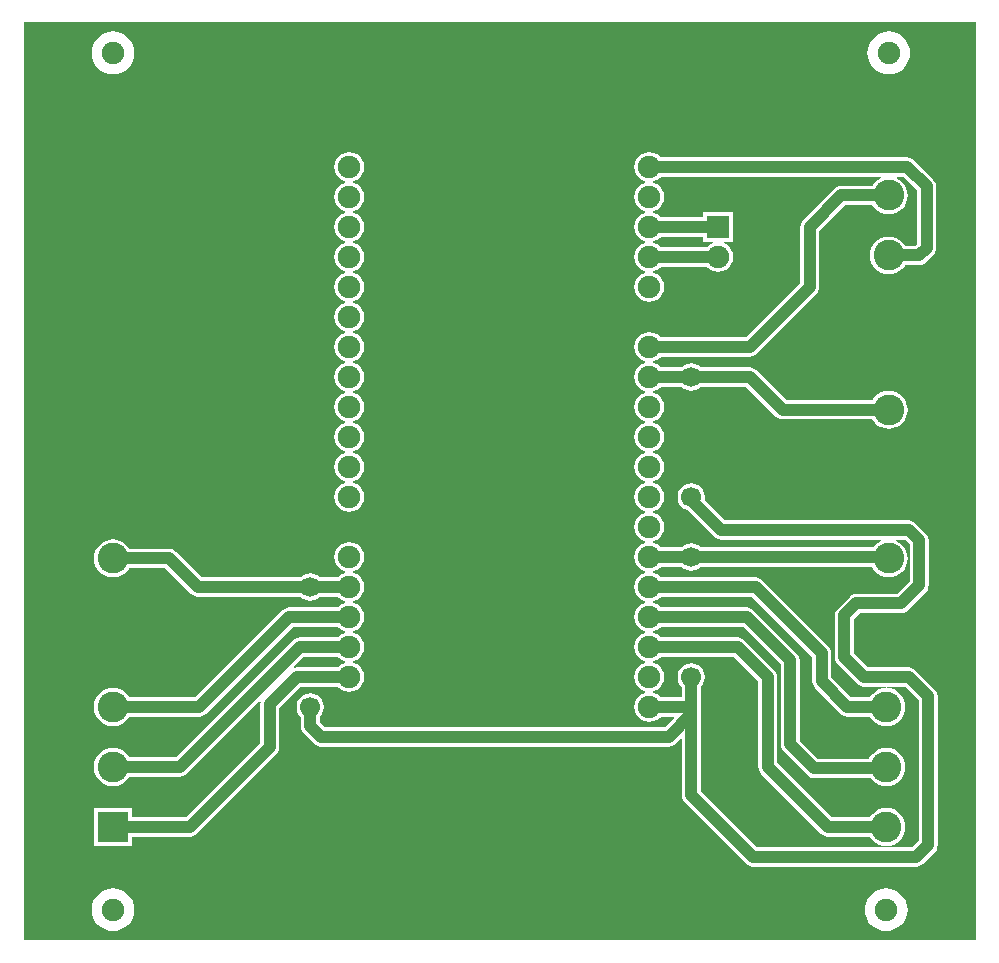
<source format=gbl>
G04*
G04 #@! TF.GenerationSoftware,Altium Limited,Altium Designer,19.0.5 (141)*
G04*
G04 Layer_Physical_Order=2*
G04 Layer_Color=16711680*
%FSLAX44Y44*%
%MOMM*%
G71*
G01*
G75*
%ADD10C,1.0000*%
%ADD11C,1.9000*%
%ADD12R,2.6000X2.6000*%
%ADD13C,2.6000*%
%ADD14R,1.9000X1.9000*%
%ADD15C,1.7000*%
G36*
X1409156Y428788D02*
X603286D01*
Y1205702D01*
X1409156D01*
Y428788D01*
D02*
G37*
%LPC*%
G36*
X1335590Y1198067D02*
X1332061Y1197720D01*
X1328668Y1196690D01*
X1325541Y1195019D01*
X1322800Y1192769D01*
X1320551Y1190029D01*
X1318880Y1186902D01*
X1317850Y1183509D01*
X1317503Y1179980D01*
X1317850Y1176451D01*
X1318880Y1173058D01*
X1320551Y1169931D01*
X1322800Y1167190D01*
X1325541Y1164941D01*
X1328668Y1163270D01*
X1332061Y1162241D01*
X1335590Y1161893D01*
X1339119Y1162241D01*
X1342512Y1163270D01*
X1345639Y1164941D01*
X1348380Y1167190D01*
X1350629Y1169931D01*
X1352300Y1173058D01*
X1353329Y1176451D01*
X1353677Y1179980D01*
X1353329Y1183509D01*
X1352300Y1186902D01*
X1350629Y1190029D01*
X1348380Y1192769D01*
X1345639Y1195019D01*
X1342512Y1196690D01*
X1339119Y1197720D01*
X1335590Y1198067D01*
D02*
G37*
G36*
X678840D02*
X675311Y1197720D01*
X671918Y1196690D01*
X668791Y1195019D01*
X666050Y1192769D01*
X663801Y1190029D01*
X662130Y1186902D01*
X661100Y1183509D01*
X660753Y1179980D01*
X661100Y1176451D01*
X662130Y1173058D01*
X663801Y1169931D01*
X666050Y1167190D01*
X668791Y1164941D01*
X671918Y1163270D01*
X675311Y1162241D01*
X678840Y1161893D01*
X682369Y1162241D01*
X685762Y1163270D01*
X688889Y1164941D01*
X691629Y1167190D01*
X693879Y1169931D01*
X695550Y1173058D01*
X696580Y1176451D01*
X696927Y1179980D01*
X696580Y1183509D01*
X695550Y1186902D01*
X693879Y1190029D01*
X691629Y1192769D01*
X688889Y1195019D01*
X685762Y1196690D01*
X682369Y1197720D01*
X678840Y1198067D01*
D02*
G37*
G36*
X1132840Y1095918D02*
X1129577Y1095488D01*
X1126536Y1094229D01*
X1123925Y1092225D01*
X1121921Y1089614D01*
X1120662Y1086573D01*
X1120232Y1083310D01*
X1120662Y1080047D01*
X1121921Y1077006D01*
X1123925Y1074395D01*
X1126536Y1072391D01*
X1129263Y1071262D01*
X1129263Y1071260D01*
Y1069960D01*
X1129263Y1069958D01*
X1126536Y1068829D01*
X1123925Y1066825D01*
X1121921Y1064214D01*
X1120662Y1061173D01*
X1120232Y1057910D01*
X1120662Y1054647D01*
X1121921Y1051606D01*
X1123925Y1048995D01*
X1126536Y1046991D01*
X1129263Y1045862D01*
X1129263Y1045860D01*
Y1044560D01*
X1129263Y1044558D01*
X1126536Y1043429D01*
X1123925Y1041425D01*
X1121921Y1038814D01*
X1120662Y1035773D01*
X1120232Y1032510D01*
X1120662Y1029247D01*
X1121921Y1026206D01*
X1123925Y1023595D01*
X1126536Y1021591D01*
X1129263Y1020462D01*
X1129263Y1020460D01*
Y1019160D01*
X1129263Y1019158D01*
X1126536Y1018029D01*
X1123925Y1016025D01*
X1121921Y1013414D01*
X1120662Y1010373D01*
X1120232Y1007110D01*
X1120662Y1003847D01*
X1121921Y1000806D01*
X1123925Y998195D01*
X1126536Y996191D01*
X1129263Y995062D01*
X1129263Y995060D01*
Y993760D01*
X1129263Y993758D01*
X1126536Y992629D01*
X1123925Y990625D01*
X1121921Y988014D01*
X1120662Y984973D01*
X1120232Y981710D01*
X1120662Y978447D01*
X1121921Y975406D01*
X1123925Y972795D01*
X1126536Y970791D01*
X1129577Y969532D01*
X1132840Y969102D01*
X1136103Y969532D01*
X1139144Y970791D01*
X1141755Y972795D01*
X1143759Y975406D01*
X1145018Y978447D01*
X1145448Y981710D01*
X1145018Y984973D01*
X1143759Y988014D01*
X1141755Y990625D01*
X1139144Y992629D01*
X1136417Y993758D01*
X1136417Y993760D01*
Y995060D01*
X1136417Y995062D01*
X1139144Y996191D01*
X1141755Y998195D01*
X1142404Y999041D01*
X1181696D01*
X1182345Y998195D01*
X1184956Y996191D01*
X1187997Y994932D01*
X1191260Y994502D01*
X1194523Y994932D01*
X1197564Y996191D01*
X1200175Y998195D01*
X1202179Y1000806D01*
X1203438Y1003847D01*
X1203868Y1007110D01*
X1203438Y1010373D01*
X1202179Y1013414D01*
X1200175Y1016025D01*
X1197564Y1018029D01*
X1195847Y1018740D01*
X1196099Y1020010D01*
X1203760D01*
Y1045010D01*
X1178760D01*
Y1040579D01*
X1142404D01*
X1141755Y1041425D01*
X1139144Y1043429D01*
X1136417Y1044558D01*
X1136417Y1044560D01*
Y1045860D01*
X1136417Y1045862D01*
X1139144Y1046991D01*
X1141755Y1048995D01*
X1143759Y1051606D01*
X1145018Y1054647D01*
X1145448Y1057910D01*
X1145018Y1061173D01*
X1143759Y1064214D01*
X1141755Y1066825D01*
X1139144Y1068829D01*
X1136417Y1069958D01*
X1136417Y1069960D01*
Y1071260D01*
X1136417Y1071262D01*
X1139144Y1072391D01*
X1141755Y1074395D01*
X1142404Y1075241D01*
X1328744D01*
X1328819Y1075101D01*
X1328315Y1073434D01*
X1326658Y1072548D01*
X1324221Y1070548D01*
X1322222Y1068112D01*
X1321761Y1067249D01*
X1295400D01*
X1293312Y1066974D01*
X1291366Y1066168D01*
X1289694Y1064886D01*
X1263024Y1038216D01*
X1261742Y1036544D01*
X1260936Y1034598D01*
X1260661Y1032510D01*
Y985052D01*
X1214588Y938979D01*
X1142404D01*
X1141755Y939825D01*
X1139144Y941829D01*
X1136103Y943088D01*
X1132840Y943518D01*
X1129577Y943088D01*
X1126536Y941829D01*
X1123925Y939825D01*
X1121921Y937214D01*
X1120662Y934173D01*
X1120232Y930910D01*
X1120662Y927647D01*
X1121921Y924606D01*
X1123925Y921995D01*
X1126536Y919991D01*
X1129263Y918862D01*
X1129263Y918860D01*
Y917560D01*
X1129263Y917558D01*
X1126536Y916429D01*
X1123925Y914425D01*
X1121921Y911814D01*
X1120662Y908773D01*
X1120232Y905510D01*
X1120662Y902247D01*
X1121921Y899206D01*
X1123925Y896595D01*
X1126536Y894591D01*
X1129263Y893462D01*
X1129263Y893460D01*
Y892160D01*
X1129263Y892158D01*
X1126536Y891029D01*
X1123925Y889025D01*
X1121921Y886414D01*
X1120662Y883373D01*
X1120232Y880110D01*
X1120662Y876847D01*
X1121921Y873806D01*
X1123925Y871195D01*
X1126536Y869191D01*
X1129263Y868062D01*
X1129263Y868060D01*
Y866760D01*
X1129263Y866758D01*
X1126536Y865629D01*
X1123925Y863625D01*
X1121921Y861014D01*
X1120662Y857973D01*
X1120232Y854710D01*
X1120662Y851447D01*
X1121921Y848406D01*
X1123925Y845795D01*
X1126536Y843791D01*
X1129263Y842662D01*
X1129263Y842660D01*
Y841360D01*
X1129263Y841358D01*
X1126536Y840229D01*
X1123925Y838225D01*
X1121921Y835614D01*
X1120662Y832573D01*
X1120232Y829310D01*
X1120662Y826047D01*
X1121921Y823006D01*
X1123925Y820395D01*
X1126536Y818391D01*
X1129263Y817262D01*
X1129263Y817260D01*
Y815960D01*
X1129263Y815958D01*
X1126536Y814829D01*
X1123925Y812825D01*
X1121921Y810214D01*
X1120662Y807173D01*
X1120232Y803910D01*
X1120662Y800647D01*
X1121921Y797606D01*
X1123925Y794995D01*
X1126536Y792991D01*
X1129263Y791862D01*
X1129263Y791860D01*
Y790560D01*
X1129263Y790558D01*
X1126536Y789429D01*
X1123925Y787425D01*
X1121921Y784814D01*
X1120662Y781773D01*
X1120232Y778510D01*
X1120662Y775247D01*
X1121921Y772206D01*
X1123925Y769595D01*
X1126536Y767591D01*
X1129263Y766462D01*
X1129263Y766460D01*
Y765160D01*
X1129263Y765158D01*
X1126536Y764029D01*
X1123925Y762025D01*
X1121921Y759414D01*
X1120662Y756373D01*
X1120232Y753110D01*
X1120662Y749847D01*
X1121921Y746806D01*
X1123925Y744195D01*
X1126536Y742191D01*
X1129263Y741062D01*
X1129263Y741060D01*
Y739760D01*
X1129263Y739758D01*
X1126536Y738629D01*
X1123925Y736625D01*
X1121921Y734014D01*
X1120662Y730973D01*
X1120232Y727710D01*
X1120662Y724447D01*
X1121921Y721406D01*
X1123925Y718795D01*
X1126536Y716791D01*
X1129263Y715662D01*
X1129263Y715660D01*
Y714360D01*
X1129263Y714358D01*
X1126536Y713229D01*
X1123925Y711225D01*
X1121921Y708614D01*
X1120662Y705573D01*
X1120232Y702310D01*
X1120662Y699047D01*
X1121921Y696006D01*
X1123925Y693395D01*
X1126536Y691391D01*
X1129263Y690262D01*
X1129263Y690260D01*
Y688960D01*
X1129263Y688958D01*
X1126536Y687829D01*
X1123925Y685825D01*
X1121921Y683214D01*
X1120662Y680173D01*
X1120232Y676910D01*
X1120662Y673647D01*
X1121921Y670606D01*
X1123925Y667995D01*
X1126536Y665991D01*
X1129263Y664862D01*
X1129263Y664860D01*
Y663560D01*
X1129263Y663558D01*
X1126536Y662429D01*
X1123925Y660425D01*
X1121921Y657814D01*
X1120662Y654773D01*
X1120232Y651510D01*
X1120662Y648247D01*
X1121921Y645206D01*
X1123925Y642595D01*
X1126536Y640591D01*
X1129263Y639462D01*
X1129263Y639460D01*
Y638160D01*
X1129263Y638158D01*
X1126536Y637029D01*
X1123925Y635025D01*
X1121921Y632414D01*
X1120662Y629373D01*
X1120232Y626110D01*
X1120662Y622847D01*
X1121921Y619806D01*
X1123925Y617195D01*
X1126536Y615191D01*
X1129577Y613932D01*
X1132840Y613502D01*
X1136103Y613932D01*
X1139144Y615191D01*
X1141755Y617195D01*
X1142404Y618041D01*
X1153610D01*
X1154096Y616868D01*
X1146008Y608779D01*
X858052D01*
X853889Y612942D01*
Y617806D01*
X854022Y617908D01*
X855865Y620310D01*
X857024Y623108D01*
X857419Y626110D01*
X857024Y629112D01*
X855865Y631910D01*
X854022Y634312D01*
X851620Y636155D01*
X848822Y637314D01*
X845820Y637709D01*
X842818Y637314D01*
X840020Y636155D01*
X837618Y634312D01*
X835775Y631910D01*
X834616Y629112D01*
X834221Y626110D01*
X834616Y623108D01*
X835775Y620310D01*
X837618Y617908D01*
X837751Y617806D01*
Y609600D01*
X838026Y607512D01*
X838832Y605565D01*
X840114Y603894D01*
X849004Y595004D01*
X850676Y593722D01*
X852622Y592916D01*
X854710Y592641D01*
X1149350D01*
X1151438Y592916D01*
X1153384Y593722D01*
X1155056Y595004D01*
X1159158Y599106D01*
X1160331Y598620D01*
Y551180D01*
X1160606Y549092D01*
X1161412Y547146D01*
X1162694Y545474D01*
X1214764Y493404D01*
X1216435Y492122D01*
X1218382Y491316D01*
X1220470Y491041D01*
X1358900D01*
X1360988Y491316D01*
X1362935Y492122D01*
X1364606Y493404D01*
X1374766Y503564D01*
X1376048Y505235D01*
X1376854Y507182D01*
X1377129Y509270D01*
Y635000D01*
X1376854Y637088D01*
X1376048Y639035D01*
X1374766Y640706D01*
X1358256Y657216D01*
X1356584Y658498D01*
X1354638Y659304D01*
X1352550Y659579D01*
X1317792D01*
X1306009Y671362D01*
Y700238D01*
X1311442Y705671D01*
X1346200D01*
X1348288Y705946D01*
X1350235Y706752D01*
X1351906Y708034D01*
X1367146Y723274D01*
X1368428Y724946D01*
X1369234Y726892D01*
X1369509Y728980D01*
Y767080D01*
X1369234Y769168D01*
X1368428Y771115D01*
X1367146Y772786D01*
X1358256Y781676D01*
X1356584Y782958D01*
X1354638Y783764D01*
X1352550Y784039D01*
X1197142D01*
X1179682Y801499D01*
X1179999Y803910D01*
X1179604Y806912D01*
X1178445Y809710D01*
X1176602Y812112D01*
X1174200Y813955D01*
X1171402Y815114D01*
X1168400Y815509D01*
X1165398Y815114D01*
X1162600Y813955D01*
X1160198Y812112D01*
X1158355Y809710D01*
X1157196Y806912D01*
X1156801Y803910D01*
X1157196Y800908D01*
X1158355Y798110D01*
X1160198Y795708D01*
X1162600Y793865D01*
X1165398Y792706D01*
X1165691Y792667D01*
X1188094Y770264D01*
X1189765Y768982D01*
X1191712Y768176D01*
X1193800Y767901D01*
X1328974D01*
X1329036Y767749D01*
X1329189Y766631D01*
X1326658Y765278D01*
X1324221Y763279D01*
X1322499Y761179D01*
X1176704D01*
X1176602Y761312D01*
X1174200Y763155D01*
X1171402Y764314D01*
X1168400Y764709D01*
X1165398Y764314D01*
X1162600Y763155D01*
X1160198Y761312D01*
X1160096Y761179D01*
X1142404D01*
X1141755Y762025D01*
X1139144Y764029D01*
X1136417Y765158D01*
X1136417Y765160D01*
Y766460D01*
X1136417Y766462D01*
X1139144Y767591D01*
X1141755Y769595D01*
X1143759Y772206D01*
X1145018Y775247D01*
X1145448Y778510D01*
X1145018Y781773D01*
X1143759Y784814D01*
X1141755Y787425D01*
X1139144Y789429D01*
X1136417Y790558D01*
X1136417Y790560D01*
Y791860D01*
X1136417Y791862D01*
X1139144Y792991D01*
X1141755Y794995D01*
X1143759Y797606D01*
X1145018Y800647D01*
X1145448Y803910D01*
X1145018Y807173D01*
X1143759Y810214D01*
X1141755Y812825D01*
X1139144Y814829D01*
X1136417Y815958D01*
X1136417Y815960D01*
Y817260D01*
X1136417Y817262D01*
X1139144Y818391D01*
X1141755Y820395D01*
X1143759Y823006D01*
X1145018Y826047D01*
X1145448Y829310D01*
X1145018Y832573D01*
X1143759Y835614D01*
X1141755Y838225D01*
X1139144Y840229D01*
X1136417Y841358D01*
X1136417Y841360D01*
Y842660D01*
X1136417Y842662D01*
X1139144Y843791D01*
X1141755Y845795D01*
X1143759Y848406D01*
X1145018Y851447D01*
X1145448Y854710D01*
X1145018Y857973D01*
X1143759Y861014D01*
X1141755Y863625D01*
X1139144Y865629D01*
X1136417Y866758D01*
X1136417Y866760D01*
Y868060D01*
X1136417Y868062D01*
X1139144Y869191D01*
X1141755Y871195D01*
X1143759Y873806D01*
X1145018Y876847D01*
X1145448Y880110D01*
X1145018Y883373D01*
X1143759Y886414D01*
X1141755Y889025D01*
X1139144Y891029D01*
X1136417Y892158D01*
X1136417Y892160D01*
Y893460D01*
X1136417Y893462D01*
X1139144Y894591D01*
X1141755Y896595D01*
X1142404Y897441D01*
X1160096D01*
X1160198Y897308D01*
X1162600Y895465D01*
X1165398Y894306D01*
X1168400Y893911D01*
X1171402Y894306D01*
X1174200Y895465D01*
X1176602Y897308D01*
X1176704Y897441D01*
X1214588D01*
X1240024Y872004D01*
X1241695Y870722D01*
X1243642Y869916D01*
X1245730Y869641D01*
X1321761D01*
X1322222Y868778D01*
X1324221Y866341D01*
X1326658Y864342D01*
X1329437Y862856D01*
X1332453Y861942D01*
X1335590Y861633D01*
X1338727Y861942D01*
X1341743Y862856D01*
X1344522Y864342D01*
X1346958Y866341D01*
X1348958Y868778D01*
X1350444Y871557D01*
X1351358Y874574D01*
X1351667Y877710D01*
X1351358Y880846D01*
X1350444Y883863D01*
X1348958Y886642D01*
X1346958Y889079D01*
X1344522Y891078D01*
X1341743Y892564D01*
X1338727Y893478D01*
X1335590Y893787D01*
X1332453Y893478D01*
X1329437Y892564D01*
X1326658Y891078D01*
X1324221Y889079D01*
X1322222Y886642D01*
X1321761Y885779D01*
X1249072D01*
X1223636Y911216D01*
X1221964Y912498D01*
X1220018Y913304D01*
X1217930Y913579D01*
X1176704D01*
X1176602Y913712D01*
X1174200Y915555D01*
X1171402Y916714D01*
X1168400Y917109D01*
X1165398Y916714D01*
X1162600Y915555D01*
X1160198Y913712D01*
X1160096Y913579D01*
X1142404D01*
X1141755Y914425D01*
X1139144Y916429D01*
X1136417Y917558D01*
X1136417Y917560D01*
Y918860D01*
X1136417Y918862D01*
X1139144Y919991D01*
X1141755Y921995D01*
X1142404Y922841D01*
X1217930D01*
X1220018Y923116D01*
X1221964Y923922D01*
X1223636Y925204D01*
X1274436Y976004D01*
X1275718Y977675D01*
X1276524Y979622D01*
X1276799Y981710D01*
Y1029168D01*
X1298742Y1051111D01*
X1321761D01*
X1322222Y1050248D01*
X1324221Y1047812D01*
X1326658Y1045812D01*
X1329437Y1044326D01*
X1332453Y1043411D01*
X1335590Y1043103D01*
X1338727Y1043411D01*
X1341743Y1044326D01*
X1344522Y1045812D01*
X1346958Y1047812D01*
X1348958Y1050248D01*
X1350444Y1053027D01*
X1351358Y1056043D01*
X1351667Y1059180D01*
X1351358Y1062317D01*
X1350444Y1065333D01*
X1348958Y1068112D01*
X1346958Y1070548D01*
X1344522Y1072548D01*
X1342865Y1073434D01*
X1342361Y1075101D01*
X1342436Y1075241D01*
X1347938D01*
X1359721Y1063458D01*
Y1018072D01*
X1358098Y1016449D01*
X1349419D01*
X1348958Y1017312D01*
X1346958Y1019749D01*
X1344522Y1021748D01*
X1341743Y1023234D01*
X1338727Y1024148D01*
X1335590Y1024457D01*
X1332453Y1024148D01*
X1329437Y1023234D01*
X1326658Y1021748D01*
X1324221Y1019749D01*
X1322222Y1017312D01*
X1320736Y1014533D01*
X1319821Y1011516D01*
X1319513Y1008380D01*
X1319821Y1005244D01*
X1320736Y1002227D01*
X1322222Y999448D01*
X1324221Y997011D01*
X1326658Y995012D01*
X1329437Y993526D01*
X1332453Y992611D01*
X1335590Y992303D01*
X1338727Y992611D01*
X1341743Y993526D01*
X1344522Y995012D01*
X1346958Y997011D01*
X1348958Y999448D01*
X1349419Y1000311D01*
X1361440D01*
X1363528Y1000586D01*
X1365475Y1001392D01*
X1367146Y1002674D01*
X1373496Y1009024D01*
X1374778Y1010695D01*
X1375584Y1012642D01*
X1375859Y1014730D01*
Y1066800D01*
X1375584Y1068888D01*
X1374778Y1070835D01*
X1373496Y1072506D01*
X1356986Y1089016D01*
X1355314Y1090298D01*
X1353368Y1091104D01*
X1351280Y1091379D01*
X1142404D01*
X1141755Y1092225D01*
X1139144Y1094229D01*
X1136103Y1095488D01*
X1132840Y1095918D01*
D02*
G37*
G36*
X878840D02*
X875577Y1095488D01*
X872536Y1094229D01*
X869925Y1092225D01*
X867921Y1089614D01*
X866662Y1086573D01*
X866232Y1083310D01*
X866662Y1080047D01*
X867921Y1077006D01*
X869925Y1074395D01*
X872536Y1072391D01*
X875263Y1071262D01*
X875263Y1071260D01*
Y1069960D01*
X875263Y1069958D01*
X872536Y1068829D01*
X869925Y1066825D01*
X867921Y1064214D01*
X866662Y1061173D01*
X866232Y1057910D01*
X866662Y1054647D01*
X867921Y1051606D01*
X869925Y1048995D01*
X872536Y1046991D01*
X875263Y1045862D01*
X875263Y1045860D01*
Y1044560D01*
X875263Y1044558D01*
X872536Y1043429D01*
X869925Y1041425D01*
X867921Y1038814D01*
X866662Y1035773D01*
X866232Y1032510D01*
X866662Y1029247D01*
X867921Y1026206D01*
X869925Y1023595D01*
X872536Y1021591D01*
X875263Y1020462D01*
X875263Y1020460D01*
Y1019160D01*
X875263Y1019158D01*
X872536Y1018029D01*
X869925Y1016025D01*
X867921Y1013414D01*
X866662Y1010373D01*
X866232Y1007110D01*
X866662Y1003847D01*
X867921Y1000806D01*
X869925Y998195D01*
X872536Y996191D01*
X875263Y995062D01*
X875263Y995060D01*
Y993760D01*
X875263Y993758D01*
X872536Y992629D01*
X869925Y990625D01*
X867921Y988014D01*
X866662Y984973D01*
X866232Y981710D01*
X866662Y978447D01*
X867921Y975406D01*
X869925Y972795D01*
X872536Y970791D01*
X875263Y969662D01*
X875263Y969660D01*
Y968360D01*
X875263Y968358D01*
X872536Y967229D01*
X869925Y965225D01*
X867921Y962614D01*
X866662Y959573D01*
X866232Y956310D01*
X866662Y953047D01*
X867921Y950006D01*
X869925Y947395D01*
X872536Y945391D01*
X875263Y944262D01*
X875263Y944260D01*
Y942960D01*
X875263Y942958D01*
X872536Y941829D01*
X869925Y939825D01*
X867921Y937214D01*
X866662Y934173D01*
X866232Y930910D01*
X866662Y927647D01*
X867921Y924606D01*
X869925Y921995D01*
X872536Y919991D01*
X875263Y918862D01*
X875263Y918860D01*
Y917560D01*
X875263Y917558D01*
X872536Y916429D01*
X869925Y914425D01*
X867921Y911814D01*
X866662Y908773D01*
X866232Y905510D01*
X866662Y902247D01*
X867921Y899206D01*
X869925Y896595D01*
X872536Y894591D01*
X875263Y893462D01*
X875263Y893460D01*
Y892160D01*
X875263Y892158D01*
X872536Y891029D01*
X869925Y889025D01*
X867921Y886414D01*
X866662Y883373D01*
X866232Y880110D01*
X866662Y876847D01*
X867921Y873806D01*
X869925Y871195D01*
X872536Y869191D01*
X875263Y868062D01*
X875263Y868060D01*
Y866760D01*
X875263Y866758D01*
X872536Y865629D01*
X869925Y863625D01*
X867921Y861014D01*
X866662Y857973D01*
X866232Y854710D01*
X866662Y851447D01*
X867921Y848406D01*
X869925Y845795D01*
X872536Y843791D01*
X875263Y842662D01*
X875263Y842660D01*
Y841360D01*
X875263Y841358D01*
X872536Y840229D01*
X869925Y838225D01*
X867921Y835614D01*
X866662Y832573D01*
X866232Y829310D01*
X866662Y826047D01*
X867921Y823006D01*
X869925Y820395D01*
X872536Y818391D01*
X875263Y817262D01*
X875263Y817260D01*
Y815960D01*
X875263Y815958D01*
X872536Y814829D01*
X869925Y812825D01*
X867921Y810214D01*
X866662Y807173D01*
X866232Y803910D01*
X866662Y800647D01*
X867921Y797606D01*
X869925Y794995D01*
X872536Y792991D01*
X875577Y791732D01*
X878840Y791302D01*
X882103Y791732D01*
X885144Y792991D01*
X887755Y794995D01*
X889759Y797606D01*
X891018Y800647D01*
X891448Y803910D01*
X891018Y807173D01*
X889759Y810214D01*
X887755Y812825D01*
X885144Y814829D01*
X882417Y815958D01*
X882417Y815960D01*
Y817260D01*
X882417Y817262D01*
X885144Y818391D01*
X887755Y820395D01*
X889759Y823006D01*
X891018Y826047D01*
X891448Y829310D01*
X891018Y832573D01*
X889759Y835614D01*
X887755Y838225D01*
X885144Y840229D01*
X882417Y841358D01*
X882417Y841360D01*
Y842660D01*
X882417Y842662D01*
X885144Y843791D01*
X887755Y845795D01*
X889759Y848406D01*
X891018Y851447D01*
X891448Y854710D01*
X891018Y857973D01*
X889759Y861014D01*
X887755Y863625D01*
X885144Y865629D01*
X882417Y866758D01*
X882417Y866760D01*
Y868060D01*
X882417Y868062D01*
X885144Y869191D01*
X887755Y871195D01*
X889759Y873806D01*
X891018Y876847D01*
X891448Y880110D01*
X891018Y883373D01*
X889759Y886414D01*
X887755Y889025D01*
X885144Y891029D01*
X882417Y892158D01*
X882417Y892160D01*
Y893460D01*
X882417Y893462D01*
X885144Y894591D01*
X887755Y896595D01*
X889759Y899206D01*
X891018Y902247D01*
X891448Y905510D01*
X891018Y908773D01*
X889759Y911814D01*
X887755Y914425D01*
X885144Y916429D01*
X882417Y917558D01*
X882417Y917560D01*
Y918860D01*
X882417Y918862D01*
X885144Y919991D01*
X887755Y921995D01*
X889759Y924606D01*
X891018Y927647D01*
X891448Y930910D01*
X891018Y934173D01*
X889759Y937214D01*
X887755Y939825D01*
X885144Y941829D01*
X882417Y942958D01*
X882417Y942960D01*
Y944260D01*
X882417Y944262D01*
X885144Y945391D01*
X887755Y947395D01*
X889759Y950006D01*
X891018Y953047D01*
X891448Y956310D01*
X891018Y959573D01*
X889759Y962614D01*
X887755Y965225D01*
X885144Y967229D01*
X882417Y968358D01*
X882417Y968360D01*
Y969660D01*
X882417Y969662D01*
X885144Y970791D01*
X887755Y972795D01*
X889759Y975406D01*
X891018Y978447D01*
X891448Y981710D01*
X891018Y984973D01*
X889759Y988014D01*
X887755Y990625D01*
X885144Y992629D01*
X882417Y993758D01*
X882417Y993760D01*
Y995060D01*
X882417Y995062D01*
X885144Y996191D01*
X887755Y998195D01*
X889759Y1000806D01*
X891018Y1003847D01*
X891448Y1007110D01*
X891018Y1010373D01*
X889759Y1013414D01*
X887755Y1016025D01*
X885144Y1018029D01*
X882417Y1019158D01*
X882417Y1019160D01*
Y1020460D01*
X882417Y1020462D01*
X885144Y1021591D01*
X887755Y1023595D01*
X889759Y1026206D01*
X891018Y1029247D01*
X891448Y1032510D01*
X891018Y1035773D01*
X889759Y1038814D01*
X887755Y1041425D01*
X885144Y1043429D01*
X882417Y1044558D01*
X882417Y1044560D01*
Y1045860D01*
X882417Y1045862D01*
X885144Y1046991D01*
X887755Y1048995D01*
X889759Y1051606D01*
X891018Y1054647D01*
X891448Y1057910D01*
X891018Y1061173D01*
X889759Y1064214D01*
X887755Y1066825D01*
X885144Y1068829D01*
X882417Y1069958D01*
X882417Y1069960D01*
Y1071260D01*
X882417Y1071262D01*
X885144Y1072391D01*
X887755Y1074395D01*
X889759Y1077006D01*
X891018Y1080047D01*
X891448Y1083310D01*
X891018Y1086573D01*
X889759Y1089614D01*
X887755Y1092225D01*
X885144Y1094229D01*
X882103Y1095488D01*
X878840Y1095918D01*
D02*
G37*
G36*
X678840Y767987D02*
X675703Y767679D01*
X672687Y766764D01*
X669908Y765278D01*
X667471Y763279D01*
X665472Y760842D01*
X663986Y758063D01*
X663072Y755046D01*
X662763Y751910D01*
X663072Y748773D01*
X663986Y745757D01*
X665472Y742978D01*
X667471Y740542D01*
X669908Y738542D01*
X672687Y737056D01*
X675703Y736142D01*
X678840Y735833D01*
X681976Y736142D01*
X684993Y737056D01*
X687772Y738542D01*
X690208Y740542D01*
X692208Y742978D01*
X692669Y743841D01*
X723098D01*
X744934Y722004D01*
X746606Y720722D01*
X748552Y719916D01*
X750640Y719641D01*
X837516D01*
X837618Y719508D01*
X840020Y717665D01*
X842818Y716506D01*
X845820Y716111D01*
X848822Y716506D01*
X851620Y717665D01*
X854022Y719508D01*
X854124Y719641D01*
X869276D01*
X869925Y718795D01*
X872536Y716791D01*
X875263Y715662D01*
X875263Y715660D01*
Y714360D01*
X875263Y714358D01*
X872536Y713229D01*
X869925Y711225D01*
X869276Y710379D01*
X828040D01*
X825952Y710104D01*
X824006Y709298D01*
X822334Y708016D01*
X748498Y634179D01*
X692669D01*
X692208Y635042D01*
X690208Y637478D01*
X687772Y639478D01*
X684993Y640964D01*
X681976Y641879D01*
X678840Y642187D01*
X675703Y641879D01*
X672687Y640964D01*
X669908Y639478D01*
X667471Y637478D01*
X665472Y635042D01*
X663986Y632263D01*
X663072Y629246D01*
X662763Y626110D01*
X663072Y622974D01*
X663986Y619957D01*
X665472Y617178D01*
X667471Y614742D01*
X669908Y612742D01*
X672687Y611256D01*
X675703Y610341D01*
X678840Y610033D01*
X681976Y610341D01*
X684993Y611256D01*
X687772Y612742D01*
X690208Y614742D01*
X692208Y617178D01*
X692669Y618041D01*
X751840D01*
X753928Y618316D01*
X755874Y619122D01*
X757546Y620404D01*
X831382Y694241D01*
X869276D01*
X869925Y693395D01*
X872536Y691391D01*
X875263Y690262D01*
X875263Y690260D01*
Y688960D01*
X875263Y688958D01*
X872536Y687829D01*
X869925Y685825D01*
X869276Y684979D01*
X836930D01*
X834842Y684704D01*
X832896Y683898D01*
X831224Y682616D01*
X731988Y583379D01*
X692669D01*
X692208Y584242D01*
X690208Y586679D01*
X687772Y588678D01*
X684993Y590164D01*
X681976Y591078D01*
X678840Y591387D01*
X675703Y591078D01*
X672687Y590164D01*
X669908Y588678D01*
X667471Y586679D01*
X665472Y584242D01*
X663986Y581463D01*
X663072Y578447D01*
X662763Y575310D01*
X663072Y572174D01*
X663986Y569157D01*
X665472Y566378D01*
X667471Y563941D01*
X669908Y561942D01*
X672687Y560456D01*
X675703Y559542D01*
X678840Y559233D01*
X681976Y559542D01*
X684993Y560456D01*
X687772Y561942D01*
X690208Y563941D01*
X692208Y566378D01*
X692669Y567241D01*
X735330D01*
X737418Y567516D01*
X739364Y568322D01*
X741036Y569604D01*
X802563Y631131D01*
X803022Y630978D01*
X803701Y630474D01*
X803461Y628650D01*
Y595162D01*
X740878Y532579D01*
X694840D01*
Y540510D01*
X662840D01*
Y508510D01*
X694840D01*
Y516441D01*
X744220D01*
X746308Y516716D01*
X748254Y517522D01*
X749926Y518804D01*
X817236Y586114D01*
X818518Y587785D01*
X819324Y589732D01*
X819599Y591820D01*
Y625308D01*
X837732Y643441D01*
X869276D01*
X869925Y642595D01*
X872536Y640591D01*
X875577Y639332D01*
X878840Y638902D01*
X882103Y639332D01*
X885144Y640591D01*
X887755Y642595D01*
X889759Y645206D01*
X891018Y648247D01*
X891448Y651510D01*
X891018Y654773D01*
X889759Y657814D01*
X887755Y660425D01*
X885144Y662429D01*
X882417Y663558D01*
X882417Y663560D01*
Y664860D01*
X882417Y664862D01*
X885144Y665991D01*
X887755Y667995D01*
X889759Y670606D01*
X891018Y673647D01*
X891448Y676910D01*
X891018Y680173D01*
X889759Y683214D01*
X887755Y685825D01*
X885144Y687829D01*
X882417Y688958D01*
X882417Y688960D01*
Y690260D01*
X882417Y690262D01*
X885144Y691391D01*
X887755Y693395D01*
X889759Y696006D01*
X891018Y699047D01*
X891448Y702310D01*
X891018Y705573D01*
X889759Y708614D01*
X887755Y711225D01*
X885144Y713229D01*
X882417Y714358D01*
X882417Y714360D01*
Y715660D01*
X882417Y715662D01*
X885144Y716791D01*
X887755Y718795D01*
X889759Y721406D01*
X891018Y724447D01*
X891448Y727710D01*
X891018Y730973D01*
X889759Y734014D01*
X887755Y736625D01*
X885144Y738629D01*
X882417Y739758D01*
X882417Y739760D01*
Y741060D01*
X882417Y741062D01*
X885144Y742191D01*
X887755Y744195D01*
X889759Y746806D01*
X891018Y749847D01*
X891448Y753110D01*
X891018Y756373D01*
X889759Y759414D01*
X887755Y762025D01*
X885144Y764029D01*
X882103Y765288D01*
X878840Y765718D01*
X875577Y765288D01*
X872536Y764029D01*
X869925Y762025D01*
X867921Y759414D01*
X866662Y756373D01*
X866232Y753110D01*
X866662Y749847D01*
X867921Y746806D01*
X869925Y744195D01*
X872536Y742191D01*
X875263Y741062D01*
X875263Y741060D01*
Y739760D01*
X875263Y739758D01*
X872536Y738629D01*
X869925Y736625D01*
X869276Y735779D01*
X854124D01*
X854022Y735912D01*
X851620Y737755D01*
X848822Y738914D01*
X845820Y739309D01*
X842818Y738914D01*
X840020Y737755D01*
X837618Y735912D01*
X837516Y735779D01*
X753982D01*
X732146Y757616D01*
X730474Y758898D01*
X728528Y759704D01*
X726440Y759979D01*
X692669D01*
X692208Y760842D01*
X690208Y763279D01*
X687772Y765278D01*
X684993Y766764D01*
X681976Y767679D01*
X678840Y767987D01*
D02*
G37*
G36*
X1333500Y472597D02*
X1329971Y472249D01*
X1326578Y471220D01*
X1323451Y469549D01*
X1320710Y467299D01*
X1318461Y464559D01*
X1316790Y461432D01*
X1315760Y458039D01*
X1315413Y454510D01*
X1315760Y450981D01*
X1316790Y447588D01*
X1318461Y444461D01*
X1320710Y441721D01*
X1323451Y439471D01*
X1326578Y437800D01*
X1329971Y436770D01*
X1333500Y436423D01*
X1337029Y436770D01*
X1340422Y437800D01*
X1343549Y439471D01*
X1346290Y441721D01*
X1348539Y444461D01*
X1350210Y447588D01*
X1351239Y450981D01*
X1351587Y454510D01*
X1351239Y458039D01*
X1350210Y461432D01*
X1348539Y464559D01*
X1346290Y467299D01*
X1343549Y469549D01*
X1340422Y471220D01*
X1337029Y472249D01*
X1333500Y472597D01*
D02*
G37*
G36*
X678840D02*
X675311Y472249D01*
X671918Y471220D01*
X668791Y469549D01*
X666050Y467299D01*
X663801Y464559D01*
X662130Y461432D01*
X661100Y458039D01*
X660753Y454510D01*
X661100Y450981D01*
X662130Y447588D01*
X663801Y444461D01*
X666050Y441721D01*
X668791Y439471D01*
X671918Y437800D01*
X675311Y436770D01*
X678840Y436423D01*
X682369Y436770D01*
X685762Y437800D01*
X688889Y439471D01*
X691629Y441721D01*
X693879Y444461D01*
X695550Y447588D01*
X696580Y450981D01*
X696927Y454510D01*
X696580Y458039D01*
X695550Y461432D01*
X693879Y464559D01*
X691629Y467299D01*
X688889Y469549D01*
X685762Y471220D01*
X682369Y472249D01*
X678840Y472597D01*
D02*
G37*
%LPD*%
G36*
X1178760Y1020010D02*
X1186421D01*
X1186673Y1018740D01*
X1184956Y1018029D01*
X1182345Y1016025D01*
X1181696Y1015179D01*
X1142404D01*
X1141755Y1016025D01*
X1139144Y1018029D01*
X1136417Y1019158D01*
X1136417Y1019160D01*
Y1020460D01*
X1136417Y1020462D01*
X1139144Y1021591D01*
X1141755Y1023595D01*
X1142404Y1024441D01*
X1178760D01*
Y1020010D01*
D02*
G37*
G36*
X1353371Y763738D02*
Y732322D01*
X1342858Y721809D01*
X1308100D01*
X1306012Y721534D01*
X1304066Y720728D01*
X1302394Y719446D01*
X1292234Y709286D01*
X1290952Y707615D01*
X1290146Y705668D01*
X1289871Y703580D01*
Y668020D01*
X1290146Y665932D01*
X1290952Y663986D01*
X1292234Y662314D01*
X1308744Y645804D01*
X1310415Y644522D01*
X1312362Y643716D01*
X1314450Y643441D01*
X1333271D01*
X1333333Y642171D01*
X1330363Y641879D01*
X1327347Y640964D01*
X1324568Y639478D01*
X1322132Y637478D01*
X1320132Y635042D01*
X1319671Y634179D01*
X1303822D01*
X1286959Y651042D01*
Y671830D01*
X1286684Y673918D01*
X1285878Y675864D01*
X1284596Y677536D01*
X1228716Y733416D01*
X1227045Y734698D01*
X1225098Y735504D01*
X1223010Y735779D01*
X1142404D01*
X1141755Y736625D01*
X1139144Y738629D01*
X1136417Y739758D01*
X1136417Y739760D01*
Y741060D01*
X1136417Y741062D01*
X1139144Y742191D01*
X1141755Y744195D01*
X1142404Y745041D01*
X1160096D01*
X1160198Y744908D01*
X1162600Y743065D01*
X1165398Y741906D01*
X1168400Y741511D01*
X1171402Y741906D01*
X1174200Y743065D01*
X1176602Y744908D01*
X1176704Y745041D01*
X1321119D01*
X1322222Y742978D01*
X1324221Y740542D01*
X1326658Y738542D01*
X1329437Y737056D01*
X1332453Y736142D01*
X1335590Y735833D01*
X1338727Y736142D01*
X1341743Y737056D01*
X1344522Y738542D01*
X1346958Y740542D01*
X1348958Y742978D01*
X1350444Y745757D01*
X1351358Y748773D01*
X1351667Y751910D01*
X1351358Y755046D01*
X1350444Y758063D01*
X1348958Y760842D01*
X1346958Y763279D01*
X1344522Y765278D01*
X1341991Y766631D01*
X1342144Y767749D01*
X1342206Y767901D01*
X1349208D01*
X1353371Y763738D01*
D02*
G37*
G36*
X1270821Y668488D02*
Y647700D01*
X1271096Y645612D01*
X1271902Y643665D01*
X1273184Y641994D01*
X1294774Y620404D01*
X1296445Y619122D01*
X1298392Y618316D01*
X1300480Y618041D01*
X1319671D01*
X1320132Y617178D01*
X1322132Y614742D01*
X1324568Y612742D01*
X1327347Y611256D01*
X1330363Y610341D01*
X1333500Y610033D01*
X1336637Y610341D01*
X1339653Y611256D01*
X1342432Y612742D01*
X1344868Y614742D01*
X1346868Y617178D01*
X1348354Y619957D01*
X1349268Y622974D01*
X1349577Y626110D01*
X1349268Y629246D01*
X1348354Y632263D01*
X1346868Y635042D01*
X1344868Y637478D01*
X1342432Y639478D01*
X1339653Y640964D01*
X1336637Y641879D01*
X1333667Y642171D01*
X1333729Y643441D01*
X1349208D01*
X1360991Y631658D01*
Y512612D01*
X1355558Y507179D01*
X1333729D01*
X1333667Y508449D01*
X1336637Y508741D01*
X1339653Y509656D01*
X1342432Y511142D01*
X1344868Y513142D01*
X1346868Y515578D01*
X1348354Y518357D01*
X1349268Y521373D01*
X1349577Y524510D01*
X1349268Y527646D01*
X1348354Y530663D01*
X1346868Y533442D01*
X1344868Y535878D01*
X1342432Y537878D01*
X1339653Y539364D01*
X1336637Y540279D01*
X1333500Y540587D01*
X1330363Y540279D01*
X1327347Y539364D01*
X1324568Y537878D01*
X1322132Y535878D01*
X1320132Y533442D01*
X1319671Y532579D01*
X1287312D01*
X1241239Y578652D01*
Y651510D01*
X1240964Y653598D01*
X1240158Y655545D01*
X1238876Y657216D01*
X1213476Y682616D01*
X1211805Y683898D01*
X1209858Y684704D01*
X1207770Y684979D01*
X1142404D01*
X1141755Y685825D01*
X1139144Y687829D01*
X1136417Y688958D01*
X1136417Y688960D01*
Y690260D01*
X1136417Y690262D01*
X1139144Y691391D01*
X1141755Y693395D01*
X1142404Y694241D01*
X1212048D01*
X1244151Y662138D01*
Y594360D01*
X1244426Y592272D01*
X1245232Y590326D01*
X1246514Y588654D01*
X1266834Y568334D01*
X1268505Y567052D01*
X1270452Y566246D01*
X1272540Y565971D01*
X1320466D01*
X1322132Y563941D01*
X1324568Y561942D01*
X1327347Y560456D01*
X1330363Y559542D01*
X1333500Y559233D01*
X1336637Y559542D01*
X1339653Y560456D01*
X1342432Y561942D01*
X1344868Y563941D01*
X1346868Y566378D01*
X1348354Y569157D01*
X1349268Y572174D01*
X1349577Y575310D01*
X1349268Y578447D01*
X1348354Y581463D01*
X1346868Y584242D01*
X1344868Y586679D01*
X1342432Y588678D01*
X1339653Y590164D01*
X1336637Y591078D01*
X1333500Y591387D01*
X1330363Y591078D01*
X1327347Y590164D01*
X1324568Y588678D01*
X1322132Y586679D01*
X1320132Y584242D01*
X1318992Y582109D01*
X1275882D01*
X1260289Y597702D01*
Y665480D01*
X1260014Y667568D01*
X1259208Y669514D01*
X1257926Y671186D01*
X1221096Y708016D01*
X1219425Y709298D01*
X1217478Y710104D01*
X1215390Y710379D01*
X1142404D01*
X1141755Y711225D01*
X1139144Y713229D01*
X1136417Y714358D01*
X1136417Y714360D01*
Y715660D01*
X1136417Y715662D01*
X1139144Y716791D01*
X1141755Y718795D01*
X1142404Y719641D01*
X1219668D01*
X1270821Y668488D01*
D02*
G37*
G36*
X1225101Y648168D02*
Y575310D01*
X1225376Y573222D01*
X1226182Y571275D01*
X1227464Y569604D01*
X1278264Y518804D01*
X1279936Y517522D01*
X1281882Y516716D01*
X1283970Y516441D01*
X1319671D01*
X1320132Y515578D01*
X1322132Y513142D01*
X1324568Y511142D01*
X1327347Y509656D01*
X1330363Y508741D01*
X1333333Y508449D01*
X1333271Y507179D01*
X1223812D01*
X1176469Y554522D01*
Y619760D01*
Y626110D01*
Y643206D01*
X1176602Y643308D01*
X1178445Y645710D01*
X1179604Y648508D01*
X1179999Y651510D01*
X1179604Y654512D01*
X1178445Y657310D01*
X1176602Y659712D01*
X1174200Y661555D01*
X1171402Y662714D01*
X1168400Y663109D01*
X1165398Y662714D01*
X1162600Y661555D01*
X1160198Y659712D01*
X1158355Y657310D01*
X1157196Y654512D01*
X1156801Y651510D01*
X1157196Y648508D01*
X1158355Y645710D01*
X1160198Y643308D01*
X1160331Y643206D01*
Y634179D01*
X1142404D01*
X1141755Y635025D01*
X1139144Y637029D01*
X1136417Y638158D01*
X1136417Y638160D01*
Y639460D01*
X1136417Y639462D01*
X1139144Y640591D01*
X1141755Y642595D01*
X1143759Y645206D01*
X1145018Y648247D01*
X1145448Y651510D01*
X1145018Y654773D01*
X1143759Y657814D01*
X1141755Y660425D01*
X1139144Y662429D01*
X1136417Y663558D01*
X1136417Y663560D01*
Y664860D01*
X1136417Y664862D01*
X1139144Y665991D01*
X1141755Y667995D01*
X1142404Y668841D01*
X1204428D01*
X1225101Y648168D01*
D02*
G37*
G36*
X869925Y667995D02*
X872536Y665991D01*
X875263Y664862D01*
X875263Y664860D01*
Y663560D01*
X875263Y663558D01*
X872536Y662429D01*
X869925Y660425D01*
X869276Y659579D01*
X834390D01*
X832566Y659339D01*
X832062Y660018D01*
X831909Y660477D01*
X840272Y668841D01*
X869276D01*
X869925Y667995D01*
D02*
G37*
D10*
X1171091Y798679D02*
Y799324D01*
X1168400Y802016D02*
X1171091Y799324D01*
X1168400Y802016D02*
Y803910D01*
X1171091Y798679D02*
X1193800Y775970D01*
X1168400Y551180D02*
Y619760D01*
Y551180D02*
X1220470Y499110D01*
X1358900D01*
X1369060Y509270D01*
Y635000D01*
X1352550Y651510D02*
X1369060Y635000D01*
X1314450Y651510D02*
X1352550D01*
X1297940Y668020D02*
X1314450Y651510D01*
X1297940Y668020D02*
Y703580D01*
X1308100Y713740D01*
X1346200D01*
X1361440Y728980D01*
Y767080D01*
X1352550Y775970D02*
X1361440Y767080D01*
X1193800Y775970D02*
X1352550D01*
X1132840Y905510D02*
X1168400D01*
X1217930D01*
X1168400D02*
X1217930D01*
X1168400D02*
X1217930D01*
X929148Y778510D02*
X1106948Y956310D01*
X892810Y778510D02*
X929148D01*
X1132840Y626110D02*
X1168400D01*
X1351280Y1083310D02*
X1367790Y1066800D01*
Y1014730D02*
Y1066800D01*
X1361440Y1008380D02*
X1367790Y1014730D01*
X1118870Y1109980D02*
X1335590D01*
X1101090Y1092200D02*
X1118870Y1109980D01*
X1101090Y962168D02*
Y1092200D01*
Y962168D02*
X1106948Y956310D01*
X1132840D01*
X1333500Y676910D02*
X1357630D01*
X1383030Y702310D01*
Y824230D01*
X1335590Y802710D02*
X1361510D01*
X1383030Y824230D01*
Y943610D01*
X1335590Y928510D02*
X1367930D01*
X1383030Y943610D01*
Y1099820D01*
X1372870Y1109980D02*
X1383030Y1099820D01*
X1335590Y1109980D02*
X1372870D01*
X1169670Y981710D02*
X1191260D01*
X1145879Y957919D02*
X1169670Y981710D01*
X1134449Y957919D02*
X1145879D01*
X1132840Y956310D02*
X1134449Y957919D01*
X1132840Y1032510D02*
X1191260D01*
X1132840Y1007110D02*
X1191260D01*
X1335590Y1008380D02*
X1361440D01*
X1132840Y1083310D02*
X1351280D01*
X1268730Y981710D02*
Y1032510D01*
X1217930Y930910D02*
X1268730Y981710D01*
X1132840Y930910D02*
X1217930D01*
X1295400Y1059180D02*
X1335590D01*
X1268730Y1032510D02*
X1295400Y1059180D01*
X1245730Y877710D02*
X1335590D01*
X1217930Y905510D02*
X1245730Y877710D01*
X1168400Y626110D02*
Y651510D01*
Y619760D02*
Y626110D01*
X1149350Y600710D02*
X1168400Y619760D01*
X854710Y600710D02*
X1149350D01*
X845820Y609600D02*
X854710Y600710D01*
X845820Y609600D02*
Y626110D01*
X1334390Y753110D02*
X1335590Y751910D01*
X1168400Y753110D02*
X1334390D01*
X1132840D02*
X1168400D01*
X1300480Y626110D02*
X1333500D01*
X1278890Y647700D02*
X1300480Y626110D01*
X1278890Y647700D02*
Y671830D01*
X1223010Y727710D02*
X1278890Y671830D01*
X1132840Y727710D02*
X1223010D01*
X1332230Y574040D02*
X1333500Y575310D01*
X1272540Y574040D02*
X1332230D01*
X1252220Y594360D02*
X1272540Y574040D01*
X1252220Y594360D02*
Y665480D01*
X1215390Y702310D02*
X1252220Y665480D01*
X1132840Y702310D02*
X1215390D01*
X1283970Y524510D02*
X1333500D01*
X1233170Y575310D02*
X1283970Y524510D01*
X1233170Y575310D02*
Y651510D01*
X1207770Y676910D02*
X1233170Y651510D01*
X1132840Y676910D02*
X1207770D01*
X678840Y751910D02*
X726440D01*
X845820Y727710D02*
X878840D01*
X726440Y751910D02*
X750640Y727710D01*
X845820D01*
X899160Y626110D02*
X908050Y635000D01*
X878840Y626110D02*
X899160D01*
X908050Y635000D02*
Y763270D01*
X892810Y778510D02*
X908050Y763270D01*
X878840Y778510D02*
X892810D01*
X703040D02*
X878840D01*
X678840Y802710D02*
X703040Y778510D01*
X828040Y702310D02*
X878840D01*
X751840Y626110D02*
X828040Y702310D01*
X678840Y626110D02*
X751840D01*
X836930Y676910D02*
X878840D01*
X735330Y575310D02*
X836930Y676910D01*
X678840Y575310D02*
X735330D01*
X834390Y651510D02*
X878840D01*
X811530Y628650D02*
X834390Y651510D01*
X811530Y591820D02*
Y628650D01*
X744220Y524510D02*
X811530Y591820D01*
X678840Y524510D02*
X744220D01*
D11*
X678840Y1179980D02*
D03*
X1335590D02*
D03*
X678840Y454510D02*
D03*
X1333500D02*
D03*
X1191260Y1007110D02*
D03*
Y981710D02*
D03*
X878840Y1083310D02*
D03*
Y1057910D02*
D03*
Y1032510D02*
D03*
Y1007110D02*
D03*
Y981710D02*
D03*
Y956310D02*
D03*
Y930910D02*
D03*
Y905510D02*
D03*
Y880110D02*
D03*
Y854710D02*
D03*
Y829310D02*
D03*
Y803910D02*
D03*
Y778510D02*
D03*
Y753110D02*
D03*
Y727710D02*
D03*
Y702310D02*
D03*
Y676910D02*
D03*
Y651510D02*
D03*
Y626110D02*
D03*
X1132840D02*
D03*
Y651510D02*
D03*
Y676910D02*
D03*
Y702310D02*
D03*
Y727710D02*
D03*
Y753110D02*
D03*
Y778510D02*
D03*
Y803910D02*
D03*
Y829310D02*
D03*
Y854710D02*
D03*
Y880110D02*
D03*
Y905510D02*
D03*
Y930910D02*
D03*
Y956310D02*
D03*
Y981710D02*
D03*
Y1007110D02*
D03*
Y1032510D02*
D03*
Y1057910D02*
D03*
Y1083310D02*
D03*
D12*
X678840Y524510D02*
D03*
X1333500Y676910D02*
D03*
D13*
X678840Y575310D02*
D03*
Y626110D02*
D03*
Y676910D02*
D03*
Y751910D02*
D03*
Y802710D02*
D03*
X1333500Y626110D02*
D03*
Y575310D02*
D03*
Y524510D02*
D03*
X1335590Y802710D02*
D03*
Y751910D02*
D03*
Y928510D02*
D03*
Y877710D02*
D03*
Y1109980D02*
D03*
Y1059180D02*
D03*
Y1008380D02*
D03*
D14*
X1191260Y1032510D02*
D03*
D15*
X1168400Y803910D02*
D03*
Y905510D02*
D03*
Y651510D02*
D03*
Y753110D02*
D03*
X845820Y727710D02*
D03*
Y626110D02*
D03*
M02*

</source>
